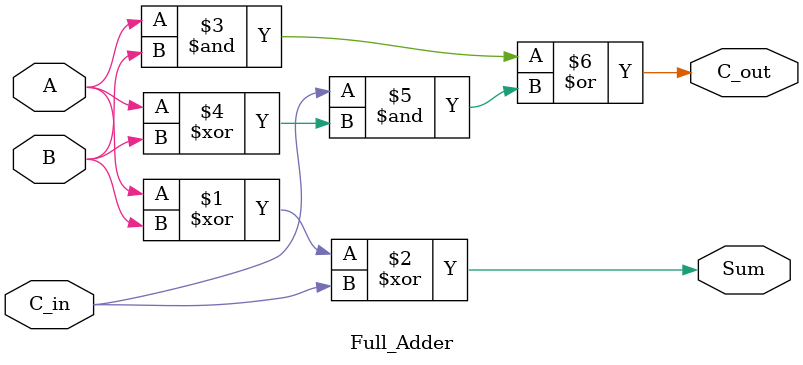
<source format=sv>
module Full_Adder(
		input  logic A, B, C_in,
		output logic Sum, C_out
);

// Sum   = [A] XOR [B] XOR [C_in]
// C_out = A.B + (  [C_in].([A] XOR [B])  ) 

assign Sum   =  A ^ B ^ C_in;
assign C_out = (A & B) | ( C_in & (A ^ B) );

endmodule
</source>
